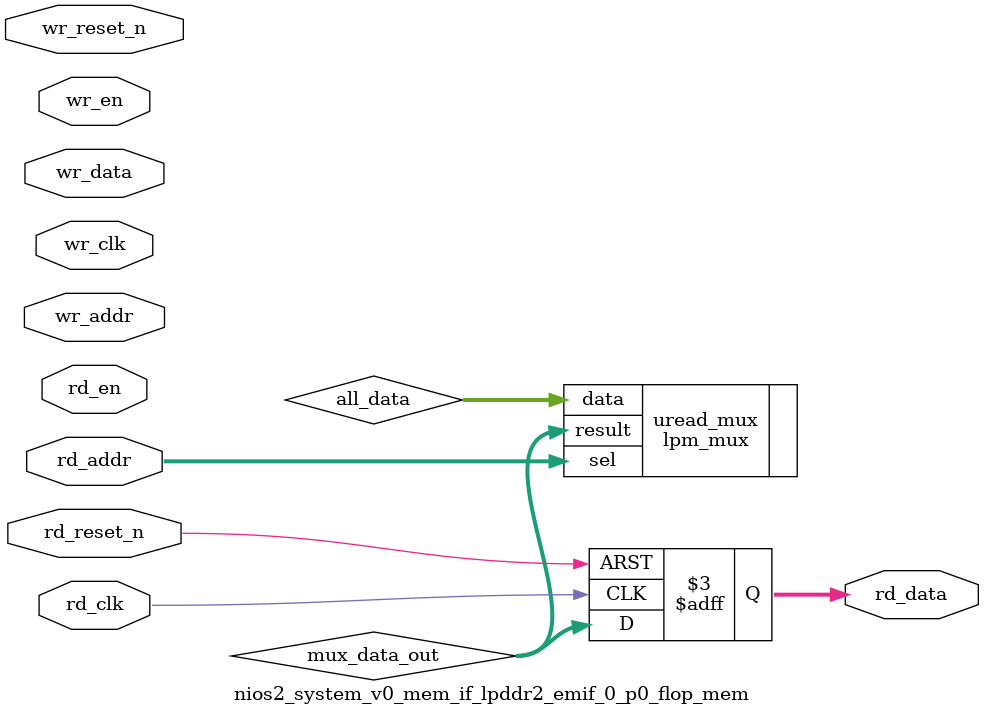
<source format=v>



`timescale 1 ps / 1 ps

(* altera_attribute = "-name ALLOW_SYNCH_CTRL_USAGE ON;-name AUTO_CLOCK_ENABLE_RECOGNITION ON" *)
module nios2_system_v0_mem_if_lpddr2_emif_0_p0_flop_mem(
	wr_reset_n,
	wr_clk,
	wr_en,
	wr_addr,
	wr_data,
	rd_reset_n,
	rd_clk,
	rd_en,
	rd_addr,
	rd_data
);

parameter WRITE_MEM_DEPTH	= "";
parameter WRITE_ADDR_WIDTH	= "";
parameter WRITE_DATA_WIDTH	= "";
parameter READ_MEM_DEPTH	= "";
parameter READ_ADDR_WIDTH	= "";		 
parameter READ_DATA_WIDTH	= "";


input	wr_reset_n;
input	wr_clk;
input	wr_en;
input	[WRITE_ADDR_WIDTH-1:0] wr_addr;
input	[WRITE_DATA_WIDTH-1:0] wr_data;
input	rd_reset_n;
input	rd_clk;
input	rd_en;
input	[READ_ADDR_WIDTH-1:0] rd_addr;
output	[READ_DATA_WIDTH-1:0] rd_data;



wire	[WRITE_DATA_WIDTH*WRITE_MEM_DEPTH-1:0] all_data;
wire	[READ_DATA_WIDTH-1:0] mux_data_out;



// declare a memory with WRITE_MEM_DEPTH entries
// each entry contains a data size of WRITE_DATA_WIDTH
reg	[WRITE_DATA_WIDTH-1:0] data_stored [0:WRITE_MEM_DEPTH-1] /* synthesis syn_preserve = 1 */;
reg	[READ_DATA_WIDTH-1:0] rd_data;

generate
genvar entry;
	for (entry=0; entry < WRITE_MEM_DEPTH; entry=entry+1)
	begin: mem_location
		assign all_data[(WRITE_DATA_WIDTH*(entry+1)-1) : (WRITE_DATA_WIDTH*entry)] = data_stored[entry]; 
		
		always @(posedge wr_clk or negedge wr_reset_n)
		begin
			if (~wr_reset_n) begin
				data_stored[entry] <= {WRITE_DATA_WIDTH{1'b0}};
			end else begin
				if (wr_en) begin
					if (entry == wr_addr) begin
						data_stored[entry] <= wr_data;
					end
				end
			end
		end		
	end
endgenerate

// mux to select the correct output data based on read address
lpm_mux	uread_mux(
	.sel (rd_addr),
	.data (all_data),
	.result (mux_data_out)
	// synopsys translate_off
	,
	.aclr (),
	.clken (),
	.clock ()
	// synopsys translate_on
	);
 defparam uread_mux.lpm_size = READ_MEM_DEPTH;
 defparam uread_mux.lpm_type = "LPM_MUX";
 defparam uread_mux.lpm_width = READ_DATA_WIDTH;
 defparam uread_mux.lpm_widths = READ_ADDR_WIDTH;

always @(posedge rd_clk or negedge rd_reset_n)	
begin
	if (~rd_reset_n) begin
		rd_data <= {READ_DATA_WIDTH{1'b0}};
	end else begin
		rd_data <= mux_data_out;
	end
end

endmodule

</source>
